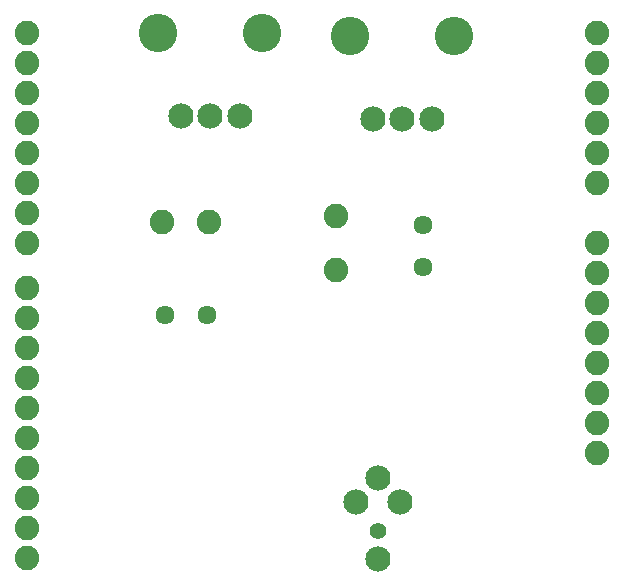
<source format=gbs>
G75*
%MOIN*%
%OFA0B0*%
%FSLAX25Y25*%
%IPPOS*%
%LPD*%
%AMOC8*
5,1,8,0,0,1.08239X$1,22.5*
%
%ADD10C,0.08200*%
%ADD11C,0.06350*%
%ADD12C,0.12800*%
%ADD13C,0.08400*%
%ADD14C,0.05524*%
D10*
X0042000Y0102524D03*
X0042000Y0112524D03*
X0042000Y0122524D03*
X0042000Y0132524D03*
X0042000Y0142524D03*
X0042000Y0152524D03*
X0042000Y0162524D03*
X0042000Y0172524D03*
X0042000Y0182524D03*
X0042000Y0192524D03*
X0042000Y0207524D03*
X0042000Y0217524D03*
X0042000Y0227524D03*
X0042000Y0237524D03*
X0042000Y0247524D03*
X0042000Y0257524D03*
X0042000Y0267524D03*
X0042000Y0277524D03*
X0087000Y0214524D03*
X0102500Y0214524D03*
X0145000Y0216524D03*
X0145000Y0198524D03*
X0232000Y0197524D03*
X0232000Y0207524D03*
X0232000Y0227524D03*
X0232000Y0237524D03*
X0232000Y0247524D03*
X0232000Y0257524D03*
X0232000Y0267524D03*
X0232000Y0277524D03*
X0232000Y0187524D03*
X0232000Y0177524D03*
X0232000Y0167524D03*
X0232000Y0157524D03*
X0232000Y0147524D03*
X0232000Y0137524D03*
D11*
X0174000Y0199524D03*
X0174000Y0213524D03*
X0102000Y0183524D03*
X0088000Y0183524D03*
D12*
X0085677Y0277524D03*
X0120323Y0277524D03*
X0149677Y0276524D03*
X0184323Y0276524D03*
D13*
X0176843Y0248965D03*
X0167000Y0248965D03*
X0157157Y0248965D03*
X0112843Y0249965D03*
X0103000Y0249965D03*
X0093157Y0249965D03*
X0159000Y0129240D03*
X0151717Y0121366D03*
X0166283Y0121366D03*
X0159000Y0102075D03*
D14*
X0159000Y0111524D03*
M02*

</source>
